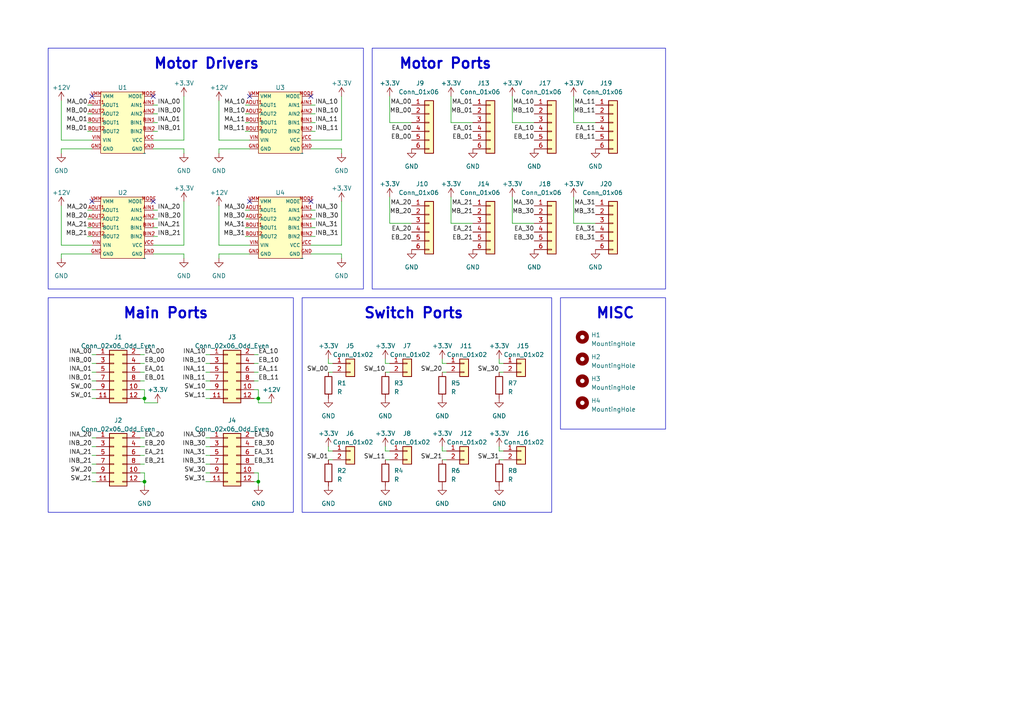
<source format=kicad_sch>
(kicad_sch (version 20230121) (generator eeschema)
  (paper "A4")
  (lib_symbols
    (symbol "Connector_Generic:Conn_01x02" (pin_names (offset 1.016) hide)
      (property "Reference" "J" (at 0 2.54 0))
      (property "Value" "Conn_01x02" (at 0 -5.08 0))
      (symbol "Conn_01x02_1_1"
        (rectangle (start -1.27 -2.413) (end 0 -2.667) (stroke (width 0.1524)))
        (rectangle (start -1.27 0.127) (end 0 -0.127) (stroke (width 0.1524)))
        (rectangle (start -1.27 1.27) (end 1.27 -3.81) (stroke (width 0.254)) (fill (type background)))
        (pin passive line (at -5.08 0 0) (length 3.81) (name "Pin_1") (number "1"))
        (pin passive line (at -5.08 -2.54 0) (length 3.81) (name "Pin_2") (number "2"))
      )
    )
    (symbol "Connector_Generic:Conn_01x06" (pin_names (offset 1.016) hide)
      (property "Reference" "J" (at 0 7.62 0))
      (property "Value" "Conn_01x06" (at 0 -10.16 0))
      (symbol "Conn_01x06_1_1"
        (rectangle (start -1.27 -7.493) (end 0 -7.747) (stroke (width 0.1524)))
        (rectangle (start -1.27 -4.953) (end 0 -5.207) (stroke (width 0.1524)))
        (rectangle (start -1.27 -2.413) (end 0 -2.667) (stroke (width 0.1524)))
        (rectangle (start -1.27 0.127) (end 0 -0.127) (stroke (width 0.1524)))
        (rectangle (start -1.27 2.667) (end 0 2.413) (stroke (width 0.1524)))
        (rectangle (start -1.27 5.207) (end 0 4.953) (stroke (width 0.1524)))
        (rectangle (start -1.27 6.35) (end 1.27 -8.89) (stroke (width 0.254)) (fill (type background)))
        (pin passive line (at -5.08 5.08 0) (length 3.81) (name "Pin_1") (number "1"))
        (pin passive line (at -5.08 2.54 0) (length 3.81) (name "Pin_2") (number "2"))
        (pin passive line (at -5.08 0 0) (length 3.81) (name "Pin_3") (number "3"))
        (pin passive line (at -5.08 -2.54 0) (length 3.81) (name "Pin_4") (number "4"))
        (pin passive line (at -5.08 -5.08 0) (length 3.81) (name "Pin_5") (number "5"))
        (pin passive line (at -5.08 -7.62 0) (length 3.81) (name "Pin_6") (number "6"))
      )
    )
    (symbol "Connector_Generic:Conn_02x06_Odd_Even" (pin_names (offset 1.016) hide)
      (property "Reference" "J" (at 1.27 7.62 0))
      (property "Value" "Conn_02x06_Odd_Even" (at 1.27 -10.16 0))
      (symbol "Conn_02x06_Odd_Even_1_1"
        (rectangle (start -1.27 -7.493) (end 0 -7.747) (stroke (width 0.1524)))
        (rectangle (start -1.27 -4.953) (end 0 -5.207) (stroke (width 0.1524)))
        (rectangle (start -1.27 -2.413) (end 0 -2.667) (stroke (width 0.1524)))
        (rectangle (start -1.27 0.127) (end 0 -0.127) (stroke (width 0.1524)))
        (rectangle (start -1.27 2.667) (end 0 2.413) (stroke (width 0.1524)))
        (rectangle (start -1.27 5.207) (end 0 4.953) (stroke (width 0.1524)))
        (rectangle (start -1.27 6.35) (end 3.81 -8.89) (stroke (width 0.254)) (fill (type background)))
        (rectangle (start 3.81 -7.493) (end 2.54 -7.747) (stroke (width 0.1524)))
        (rectangle (start 3.81 -4.953) (end 2.54 -5.207) (stroke (width 0.1524)))
        (rectangle (start 3.81 -2.413) (end 2.54 -2.667) (stroke (width 0.1524)))
        (rectangle (start 3.81 0.127) (end 2.54 -0.127) (stroke (width 0.1524)))
        (rectangle (start 3.81 2.667) (end 2.54 2.413) (stroke (width 0.1524)))
        (rectangle (start 3.81 5.207) (end 2.54 4.953) (stroke (width 0.1524)))
        (pin passive line (at -5.08 5.08 0) (length 3.81) (name "Pin_1") (number "1"))
        (pin passive line (at 7.62 -5.08 180) (length 3.81) (name "Pin_10") (number "10"))
        (pin passive line (at -5.08 -7.62 0) (length 3.81) (name "Pin_11") (number "11"))
        (pin passive line (at 7.62 -7.62 180) (length 3.81) (name "Pin_12") (number "12"))
        (pin passive line (at 7.62 5.08 180) (length 3.81) (name "Pin_2") (number "2"))
        (pin passive line (at -5.08 2.54 0) (length 3.81) (name "Pin_3") (number "3"))
        (pin passive line (at 7.62 2.54 180) (length 3.81) (name "Pin_4") (number "4"))
        (pin passive line (at -5.08 0 0) (length 3.81) (name "Pin_5") (number "5"))
        (pin passive line (at 7.62 0 180) (length 3.81) (name "Pin_6") (number "6"))
        (pin passive line (at -5.08 -2.54 0) (length 3.81) (name "Pin_7") (number "7"))
        (pin passive line (at 7.62 -2.54 180) (length 3.81) (name "Pin_8") (number "8"))
        (pin passive line (at -5.08 -5.08 0) (length 3.81) (name "Pin_9") (number "9"))
      )
    )
    (symbol "Device:R" (pin_numbers hide) (pin_names (offset 0))
      (property "Reference" "R" (at 2.032 0 90))
      (property "Value" "R" (at 0 0 90))
      (symbol "R_0_1"
        (rectangle (start -1.016 -2.54) (end 1.016 2.54) (stroke (width 0.254)))
      )
      (symbol "R_1_1"
        (pin passive line (at 0 3.81 270) (length 1.27) (name "~") (number "1"))
        (pin passive line (at 0 -3.81 90) (length 1.27) (name "~") (number "2"))
      )
    )
    (symbol "Mechanical:MountingHole" (pin_names (offset 1.016))
      (property "Reference" "H" (at 0 5.08 0))
      (property "Value" "MountingHole" (at 0 3.175 0))
      (symbol "MountingHole_0_1"
        (circle (center 0 0) (radius 1.27) (stroke (width 1.27)))
      )
    )
    (symbol "polulu:DRV8835"
      (property "Reference" "U" (at 0 1.27 0))
      (symbol "DRV8835_0_1"
        (rectangle (start -6.35 0) (end 6.35 -17.78) (fill (type background)))
      )
      (symbol "DRV8835_1_1"
        (pin bidirectional line (at -8.89 -13.97 0) (length 2.54) (name "AIN1") (number "AIN1"))
        (pin bidirectional line (at -8.89 -11.43 0) (length 2.54) (name "AIN2") (number "AIN2"))
        (pin bidirectional line (at 8.89 -13.97 180) (length 2.54) (name "AOUT1") (number "AOUT1"))
        (pin bidirectional line (at 8.89 -11.43 180) (length 2.54) (name "AOUT2") (number "AOUT2"))
        (pin bidirectional line (at -8.89 -8.89 0) (length 2.54) (name "BIN1") (number "BIN1"))
        (pin bidirectional line (at -8.89 -6.35 0) (length 2.54) (name "BIN2") (number "BIN2"))
        (pin bidirectional line (at 8.89 -8.89 180) (length 2.54) (name "BOUT1") (number "BOUT1"))
        (pin bidirectional line (at 8.89 -6.35 180) (length 2.54) (name "BOUT2") (number "BOUT2"))
        (pin bidirectional line (at -8.89 -1.27 0) (length 2.54) (name "GND") (number "GND"))
        (pin bidirectional line (at 8.89 -1.27 180) (length 2.54) (name "GND") (number "GND"))
        (pin bidirectional line (at -8.89 -16.51 0) (length 2.54) (name "MODE") (number "MODE"))
        (pin bidirectional line (at -8.89 -3.81 0) (length 2.54) (name "VCC") (number "VCC"))
        (pin bidirectional line (at 8.89 -3.81 180) (length 2.54) (name "VIN") (number "VIN"))
        (pin bidirectional line (at 8.89 -16.51 180) (length 2.54) (name "VMM") (number "VMM"))
      )
    )
    (symbol "power:+12V" (power) (pin_names (offset 0))
      (property "Value" "+12V" (at 0 3.556 0))
      (symbol "+12V_0_1"
        (polyline (pts (xy -0.762 1.27) (xy 0 2.54)))
        (polyline (pts (xy 0 0) (xy 0 2.54)))
        (polyline (pts (xy 0 2.54) (xy 0.762 1.27)))
      )
      (symbol "+12V_1_1"
        (pin power_in line (at 0 0 90) (length 0) hide (name "+12V") (number "1"))
      )
    )
    (symbol "power:+3.3V" (power) (pin_names (offset 0))
      (property "Value" "+3.3V" (at 0 3.556 0))
      (symbol "+3.3V_0_1"
        (polyline (pts (xy -0.762 1.27) (xy 0 2.54)))
        (polyline (pts (xy 0 0) (xy 0 2.54)))
        (polyline (pts (xy 0 2.54) (xy 0.762 1.27)))
      )
      (symbol "+3.3V_1_1"
        (pin power_in line (at 0 0 90) (length 0) hide (name "+3.3V") (number "1"))
      )
    )
    (symbol "power:GND" (power) (pin_names (offset 0))
      (property "Value" "GND" (at 0 -3.81 0))
      (symbol "GND_0_1"
        (polyline (pts (xy 0 0) (xy 0 -1.27) (xy 1.27 -1.27) (xy 0 -2.54) (xy -1.27 -1.27) (xy 0 -1.27)))
      )
      (symbol "GND_1_1"
        (pin power_in line (at 0 0 270) (length 0) hide (name "GND") (number "1"))
      )
    )
  )
  (junction (at 74.93 115.57))
  (junction (at 74.93 139.7))
  (junction (at 41.91 139.7))
  (junction (at 41.91 115.57))
  (no_connect (at 26.67 58.42))
  (no_connect (at 26.67 27.94))
  (no_connect (at 44.45 27.94))
  (no_connect (at 72.39 27.94))
  (no_connect (at 90.17 58.42))
  (no_connect (at 44.45 58.42))
  (no_connect (at 90.17 27.94))
  (no_connect (at 72.39 58.42))
  (wire (pts (xy 111.76 129.54) (xy 111.76 130.81)))
  (wire (pts (xy 111.76 133.35) (xy 113.03 133.35)))
  (wire (pts (xy 26.67 102.87) (xy 27.94 102.87)))
  (wire (pts (xy 111.76 105.41) (xy 113.03 105.41)))
  (wire (pts (xy 26.67 105.41) (xy 27.94 105.41)))
  (wire (pts (xy 154.94 64.77) (xy 148.59 64.77)))
  (wire (pts (xy 71.12 33.02) (xy 72.39 33.02)))
  (wire (pts (xy 63.5 59.69) (xy 63.5 71.12)))
  (wire (pts (xy 26.67 110.49) (xy 27.94 110.49)))
  (wire (pts (xy 144.78 129.54) (xy 144.78 130.81)))
  (wire (pts (xy 91.44 60.96) (xy 90.17 60.96)))
  (wire (pts (xy 144.78 104.14) (xy 144.78 105.41)))
  (wire (pts (xy 25.4 63.5) (xy 26.67 63.5)))
  (wire (pts (xy 63.5 43.18) (xy 72.39 43.18)))
  (wire (pts (xy 26.67 137.16) (xy 27.94 137.16)))
  (wire (pts (xy 41.91 132.08) (xy 40.64 132.08)))
  (wire (pts (xy 26.67 115.57) (xy 27.94 115.57)))
  (wire (pts (xy 53.34 71.12) (xy 44.45 71.12)))
  (wire (pts (xy 59.69 107.95) (xy 60.96 107.95)))
  (wire (pts (xy 128.27 104.14) (xy 128.27 105.41)))
  (wire (pts (xy 74.93 140.97) (xy 74.93 139.7)))
  (wire (pts (xy 74.93 113.03) (xy 73.66 113.03)))
  (wire (pts (xy 172.72 64.77) (xy 166.37 64.77)))
  (wire (pts (xy 113.03 64.77) (xy 113.03 57.15)))
  (wire (pts (xy 17.78 43.18) (xy 26.67 43.18)))
  (wire (pts (xy 128.27 129.54) (xy 128.27 130.81)))
  (wire (pts (xy 71.12 63.5) (xy 72.39 63.5)))
  (wire (pts (xy 45.72 38.1) (xy 44.45 38.1)))
  (wire (pts (xy 128.27 130.81) (xy 129.54 130.81)))
  (wire (pts (xy 53.34 43.18) (xy 44.45 43.18)))
  (wire (pts (xy 144.78 133.35) (xy 146.05 133.35)))
  (wire (pts (xy 26.67 129.54) (xy 27.94 129.54)))
  (wire (pts (xy 45.72 60.96) (xy 44.45 60.96)))
  (wire (pts (xy 26.67 132.08) (xy 27.94 132.08)))
  (wire (pts (xy 71.12 66.04) (xy 72.39 66.04)))
  (wire (pts (xy 59.69 137.16) (xy 60.96 137.16)))
  (wire (pts (xy 99.06 74.93) (xy 99.06 73.66)))
  (wire (pts (xy 74.93 113.03) (xy 74.93 115.57)))
  (wire (pts (xy 74.93 102.87) (xy 73.66 102.87)))
  (wire (pts (xy 99.06 40.64) (xy 90.17 40.64)))
  (wire (pts (xy 144.78 105.41) (xy 146.05 105.41)))
  (wire (pts (xy 73.66 115.57) (xy 74.93 115.57)))
  (wire (pts (xy 41.91 137.16) (xy 40.64 137.16)))
  (wire (pts (xy 59.69 102.87) (xy 60.96 102.87)))
  (wire (pts (xy 41.91 134.62) (xy 40.64 134.62)))
  (wire (pts (xy 25.4 35.56) (xy 26.67 35.56)))
  (wire (pts (xy 41.91 116.84) (xy 41.91 115.57)))
  (wire (pts (xy 99.06 71.12) (xy 90.17 71.12)))
  (wire (pts (xy 53.34 40.64) (xy 44.45 40.64)))
  (wire (pts (xy 91.44 30.48) (xy 90.17 30.48)))
  (wire (pts (xy 74.93 137.16) (xy 74.93 139.7)))
  (wire (pts (xy 17.78 73.66) (xy 26.67 73.66)))
  (wire (pts (xy 144.78 107.95) (xy 146.05 107.95)))
  (wire (pts (xy 59.69 115.57) (xy 60.96 115.57)))
  (wire (pts (xy 45.72 33.02) (xy 44.45 33.02)))
  (wire (pts (xy 63.5 44.45) (xy 63.5 43.18)))
  (wire (pts (xy 53.34 74.93) (xy 53.34 73.66)))
  (wire (pts (xy 41.91 137.16) (xy 41.91 139.7)))
  (wire (pts (xy 25.4 38.1) (xy 26.67 38.1)))
  (wire (pts (xy 63.5 73.66) (xy 72.39 73.66)))
  (wire (pts (xy 74.93 107.95) (xy 73.66 107.95)))
  (wire (pts (xy 41.91 102.87) (xy 40.64 102.87)))
  (wire (pts (xy 74.93 105.41) (xy 73.66 105.41)))
  (wire (pts (xy 119.38 64.77) (xy 113.03 64.77)))
  (wire (pts (xy 41.91 110.49) (xy 40.64 110.49)))
  (wire (pts (xy 73.66 139.7) (xy 74.93 139.7)))
  (wire (pts (xy 99.06 43.18) (xy 90.17 43.18)))
  (wire (pts (xy 41.91 107.95) (xy 40.64 107.95)))
  (wire (pts (xy 63.5 29.21) (xy 63.5 40.64)))
  (wire (pts (xy 74.93 110.49) (xy 73.66 110.49)))
  (wire (pts (xy 45.72 30.48) (xy 44.45 30.48)))
  (wire (pts (xy 59.69 105.41) (xy 60.96 105.41)))
  (wire (pts (xy 111.76 104.14) (xy 111.76 105.41)))
  (wire (pts (xy 41.91 139.7) (xy 40.64 139.7)))
  (wire (pts (xy 26.67 127) (xy 27.94 127)))
  (wire (pts (xy 91.44 33.02) (xy 90.17 33.02)))
  (wire (pts (xy 91.44 38.1) (xy 90.17 38.1)))
  (wire (pts (xy 59.69 132.08) (xy 60.96 132.08)))
  (wire (pts (xy 45.72 68.58) (xy 44.45 68.58)))
  (wire (pts (xy 144.78 130.81) (xy 146.05 130.81)))
  (wire (pts (xy 26.67 113.03) (xy 27.94 113.03)))
  (wire (pts (xy 119.38 35.56) (xy 113.03 35.56)))
  (wire (pts (xy 59.69 139.7) (xy 60.96 139.7)))
  (wire (pts (xy 53.34 73.66) (xy 44.45 73.66)))
  (wire (pts (xy 95.25 129.54) (xy 95.25 130.81)))
  (wire (pts (xy 74.93 116.84) (xy 74.93 115.57)))
  (wire (pts (xy 17.78 44.45) (xy 17.78 43.18)))
  (wire (pts (xy 111.76 130.81) (xy 113.03 130.81)))
  (wire (pts (xy 25.4 33.02) (xy 26.67 33.02)))
  (wire (pts (xy 148.59 64.77) (xy 148.59 57.15)))
  (wire (pts (xy 63.5 40.64) (xy 72.39 40.64)))
  (wire (pts (xy 99.06 58.42) (xy 99.06 71.12)))
  (wire (pts (xy 166.37 64.77) (xy 166.37 57.15)))
  (wire (pts (xy 53.34 27.94) (xy 53.34 40.64)))
  (wire (pts (xy 95.25 133.35) (xy 96.52 133.35)))
  (wire (pts (xy 95.25 130.81) (xy 96.52 130.81)))
  (wire (pts (xy 59.69 134.62) (xy 60.96 134.62)))
  (wire (pts (xy 113.03 35.56) (xy 113.03 27.94)))
  (wire (pts (xy 41.91 140.97) (xy 41.91 139.7)))
  (wire (pts (xy 59.69 129.54) (xy 60.96 129.54)))
  (wire (pts (xy 154.94 35.56) (xy 148.59 35.56)))
  (wire (pts (xy 91.44 35.56) (xy 90.17 35.56)))
  (wire (pts (xy 17.78 59.69) (xy 17.78 71.12)))
  (wire (pts (xy 41.91 127) (xy 40.64 127)))
  (wire (pts (xy 166.37 35.56) (xy 166.37 27.94)))
  (wire (pts (xy 17.78 71.12) (xy 26.67 71.12)))
  (wire (pts (xy 137.16 35.56) (xy 130.81 35.56)))
  (wire (pts (xy 99.06 44.45) (xy 99.06 43.18)))
  (wire (pts (xy 99.06 27.94) (xy 99.06 40.64)))
  (wire (pts (xy 73.66 137.16) (xy 74.93 137.16)))
  (wire (pts (xy 59.69 127) (xy 60.96 127)))
  (wire (pts (xy 172.72 35.56) (xy 166.37 35.56)))
  (wire (pts (xy 95.25 107.95) (xy 96.52 107.95)))
  (wire (pts (xy 41.91 129.54) (xy 40.64 129.54)))
  (wire (pts (xy 130.81 64.77) (xy 130.81 57.15)))
  (wire (pts (xy 26.67 134.62) (xy 27.94 134.62)))
  (wire (pts (xy 148.59 35.56) (xy 148.59 27.94)))
  (wire (pts (xy 26.67 139.7) (xy 27.94 139.7)))
  (wire (pts (xy 26.67 107.95) (xy 27.94 107.95)))
  (wire (pts (xy 91.44 68.58) (xy 90.17 68.58)))
  (wire (pts (xy 95.25 105.41) (xy 96.52 105.41)))
  (wire (pts (xy 45.72 63.5) (xy 44.45 63.5)))
  (wire (pts (xy 78.74 116.84) (xy 74.93 116.84)))
  (wire (pts (xy 71.12 38.1) (xy 72.39 38.1)))
  (wire (pts (xy 128.27 105.41) (xy 129.54 105.41)))
  (wire (pts (xy 59.69 110.49) (xy 60.96 110.49)))
  (wire (pts (xy 45.72 116.84) (xy 41.91 116.84)))
  (wire (pts (xy 41.91 113.03) (xy 40.64 113.03)))
  (wire (pts (xy 71.12 68.58) (xy 72.39 68.58)))
  (wire (pts (xy 130.81 35.56) (xy 130.81 27.94)))
  (wire (pts (xy 137.16 64.77) (xy 130.81 64.77)))
  (wire (pts (xy 95.25 104.14) (xy 95.25 105.41)))
  (wire (pts (xy 71.12 30.48) (xy 72.39 30.48)))
  (wire (pts (xy 91.44 66.04) (xy 90.17 66.04)))
  (wire (pts (xy 99.06 73.66) (xy 90.17 73.66)))
  (wire (pts (xy 25.4 66.04) (xy 26.67 66.04)))
  (wire (pts (xy 41.91 115.57) (xy 40.64 115.57)))
  (wire (pts (xy 71.12 35.56) (xy 72.39 35.56)))
  (wire (pts (xy 25.4 30.48) (xy 26.67 30.48)))
  (wire (pts (xy 17.78 29.21) (xy 17.78 40.64)))
  (wire (pts (xy 71.12 60.96) (xy 72.39 60.96)))
  (wire (pts (xy 45.72 66.04) (xy 44.45 66.04)))
  (wire (pts (xy 128.27 133.35) (xy 129.54 133.35)))
  (wire (pts (xy 111.76 107.95) (xy 113.03 107.95)))
  (wire (pts (xy 63.5 71.12) (xy 72.39 71.12)))
  (wire (pts (xy 45.72 35.56) (xy 44.45 35.56)))
  (wire (pts (xy 128.27 107.95) (xy 129.54 107.95)))
  (wire (pts (xy 17.78 74.93) (xy 17.78 73.66)))
  (wire (pts (xy 53.34 44.45) (xy 53.34 43.18)))
  (wire (pts (xy 17.78 40.64) (xy 26.67 40.64)))
  (wire (pts (xy 63.5 74.93) (xy 63.5 73.66)))
  (wire (pts (xy 25.4 68.58) (xy 26.67 68.58)))
  (wire (pts (xy 41.91 113.03) (xy 41.91 115.57)))
  (wire (pts (xy 91.44 63.5) (xy 90.17 63.5)))
  (wire (pts (xy 53.34 58.42) (xy 53.34 71.12)))
  (wire (pts (xy 59.69 113.03) (xy 60.96 113.03)))
  (wire (pts (xy 25.4 60.96) (xy 26.67 60.96)))
  (wire (pts (xy 41.91 105.41) (xy 40.64 105.41)))
  (rectangle (start 13.97 86.36) (end 85.09 148.59))
  (rectangle (start 87.63 86.36) (end 160.02 148.59))
  (rectangle (start 162.56 86.36) (end 193.04 124.46))
  (rectangle (start 13.97 13.97) (end 105.41 83.82))
  (rectangle (start 107.95 13.97) (end 193.04 83.82))
  (text "Main Ports\n" (at 35.56 92.71 0) (effects (font (size 3 3) (thickness 0.6) bold) (justify left bottom)))
  (text "Motor Ports" (at 115.57 20.32 0) (effects (font (size 3 3) (thickness 0.6) bold) (justify left bottom)))
  (text "Motor Drivers" (at 44.45 20.32 0) (effects (font (size 3 3) (thickness 0.6) bold) (justify left bottom)))
  (text "Switch Ports" (at 105.41 92.71 0) (effects (font (size 3 3) (thickness 0.6) bold) (justify left bottom)))
  (text "MISC" (at 172.72 92.71 0) (effects (font (size 3 3) (thickness 0.6) bold) (justify left bottom)))
  (label "MB_21" (at 25.4 68.58 180))
  (label "MB_20" (at 119.38 62.23 180))
  (label "MA_10" (at 71.12 30.48 180))
  (label "INA_20" (at 26.67 127 180))
  (label "EB_20" (at 41.91 129.54 0))
  (label "SW_31" (at 59.69 139.7 180))
  (label "INA_30" (at 59.69 127 180))
  (label "SW_20" (at 26.67 137.16 180))
  (label "INB_00" (at 26.67 105.41 180))
  (label "MA_20" (at 25.4 60.96 180))
  (label "MB_01" (at 137.16 33.02 180))
  (label "INA_31" (at 91.44 66.04 0))
  (label "EA_01" (at 137.16 38.1 180))
  (label "INA_00" (at 26.67 102.87 180))
  (label "MA_21" (at 137.16 59.69 180))
  (label "SW_30" (at 59.69 137.16 180))
  (label "MB_30" (at 71.12 63.5 180))
  (label "EB_21" (at 41.91 134.62 0))
  (label "SW_30" (at 144.78 107.95 180))
  (label "SW_11" (at 111.76 133.35 180))
  (label "EB_31" (at 73.66 134.62 0))
  (label "SW_00" (at 95.25 107.95 180))
  (label "MB_10" (at 154.94 33.02 180))
  (label "EB_20" (at 119.38 69.85 180))
  (label "EB_00" (at 41.91 105.41 0))
  (label "EB_31" (at 172.72 69.85 180))
  (label "EA_00" (at 41.91 102.87 0))
  (label "SW_31" (at 144.78 133.35 180))
  (label "MA_31" (at 172.72 59.69 180))
  (label "INA_21" (at 45.72 66.04 0))
  (label "MA_21" (at 25.4 66.04 180))
  (label "MA_01" (at 137.16 30.48 180))
  (label "INB_31" (at 59.69 134.62 180))
  (label "INA_01" (at 26.67 107.95 180))
  (label "EB_01" (at 41.91 110.49 0))
  (label "INB_11" (at 91.44 38.1 0))
  (label "EA_20" (at 41.91 127 0))
  (label "INA_21" (at 26.67 132.08 180))
  (label "INA_10" (at 91.44 30.48 0))
  (label "MB_20" (at 25.4 63.5 180))
  (label "MB_31" (at 172.72 62.23 180))
  (label "MB_10" (at 71.12 33.02 180))
  (label "EB_30" (at 154.94 69.85 180))
  (label "MB_11" (at 71.12 38.1 180))
  (label "INA_10" (at 59.69 102.87 180))
  (label "MB_00" (at 25.4 33.02 180))
  (label "EB_00" (at 119.38 40.64 180))
  (label "SW_21" (at 26.67 139.7 180))
  (label "INA_11" (at 91.44 35.56 0))
  (label "EB_21" (at 137.16 69.85 180))
  (label "SW_10" (at 111.76 107.95 180))
  (label "INB_30" (at 91.44 63.5 0))
  (label "MA_10" (at 154.94 30.48 180))
  (label "EA_20" (at 119.38 67.31 180))
  (label "MB_11" (at 172.72 33.02 180))
  (label "EB_11" (at 172.72 40.64 180))
  (label "EA_10" (at 154.94 38.1 180))
  (label "MB_21" (at 137.16 62.23 180))
  (label "INA_00" (at 45.72 30.48 0))
  (label "INB_00" (at 45.72 33.02 0))
  (label "SW_20" (at 128.27 107.95 180))
  (label "INA_11" (at 59.69 107.95 180))
  (label "EA_21" (at 137.16 67.31 180))
  (label "INB_21" (at 45.72 68.58 0))
  (label "INB_20" (at 45.72 63.5 0))
  (label "SW_11" (at 59.69 115.57 180))
  (label "INB_10" (at 91.44 33.02 0))
  (label "MA_00" (at 25.4 30.48 180))
  (label "INB_01" (at 45.72 38.1 0))
  (label "INB_20" (at 26.67 129.54 180))
  (label "EA_31" (at 73.66 132.08 0))
  (label "SW_21" (at 128.27 133.35 180))
  (label "MB_01" (at 25.4 38.1 180))
  (label "MA_00" (at 119.38 30.48 180))
  (label "MA_30" (at 154.94 59.69 180))
  (label "EA_30" (at 154.94 67.31 180))
  (label "SW_10" (at 59.69 113.03 180))
  (label "INB_11" (at 59.69 110.49 180))
  (label "EA_31" (at 172.72 67.31 180))
  (label "SW_01" (at 95.25 133.35 180))
  (label "SW_01" (at 26.67 115.57 180))
  (label "EB_01" (at 137.16 40.64 180))
  (label "EA_11" (at 172.72 38.1 180))
  (label "MA_20" (at 119.38 59.69 180))
  (label "EA_10" (at 74.93 102.87 0))
  (label "EA_11" (at 74.93 107.95 0))
  (label "EA_30" (at 73.66 127 0))
  (label "MB_00" (at 119.38 33.02 180))
  (label "MA_31" (at 71.12 66.04 180))
  (label "EB_10" (at 74.93 105.41 0))
  (label "INB_10" (at 59.69 105.41 180))
  (label "INB_30" (at 59.69 129.54 180))
  (label "EA_01" (at 41.91 107.95 0))
  (label "INA_30" (at 91.44 60.96 0))
  (label "EB_10" (at 154.94 40.64 180))
  (label "MB_31" (at 71.12 68.58 180))
  (label "EB_11" (at 74.93 110.49 0))
  (label "INB_31" (at 91.44 68.58 0))
  (label "EA_21" (at 41.91 132.08 0))
  (label "INA_31" (at 59.69 132.08 180))
  (label "MA_30" (at 71.12 60.96 180))
  (label "MA_11" (at 71.12 35.56 180))
  (label "EB_30" (at 73.66 129.54 0))
  (label "MB_30" (at 154.94 62.23 180))
  (label "INB_01" (at 26.67 110.49 180))
  (label "MA_11" (at 172.72 30.48 180))
  (label "SW_00" (at 26.67 113.03 180))
  (label "INB_21" (at 26.67 134.62 180))
  (label "EA_00" (at 119.38 38.1 180))
  (label "INA_01" (at 45.72 35.56 0))
  (label "MA_01" (at 25.4 35.56 180))
  (label "INA_20" (at 45.72 60.96 0))
  (symbol (lib_id "power:GND") (at 137.16 72.39 0) (unit 1)
    (property "Reference" "#PWR040" (effects hide))
    (property "Value" "GND" (at 137.16 77.47 0))
  )
  (symbol (lib_id "Mechanical:MountingHole") (at 168.91 110.49 0) (unit 1)
    (property "Reference" "H3" (at 171.45 109.855 0) (effects (justify left)))
    (property "Value" "MountingHole" (at 171.45 112.395 0) (effects (justify left)))
    (property "Footprint" "MountingHole:MountingHole_3.2mm_M3" (effects hide))
  )
  (symbol (lib_id "Connector_Generic:Conn_01x06") (at 124.46 35.56 0) (unit 1)
    (property "Reference" "J9" (at 120.65 24.13 0) (effects (justify left)))
    (property "Value" "Conn_01x06" (at 115.57 26.67 0) (effects (justify left)))
    (property "Footprint" "Connector_JST:JST_SH_BM06B-SRSS-TB_1x06-1MP_P1.00mm_Vertical" (effects hide))
  )
  (symbol (lib_id "Connector_Generic:Conn_01x06") (at 142.24 64.77 0) (unit 1)
    (property "Reference" "J14" (at 138.43 53.34 0) (effects (justify left)))
    (property "Value" "Conn_01x06" (at 133.35 55.88 0) (effects (justify left)))
    (property "Footprint" "Connector_JST:JST_SH_BM06B-SRSS-TB_1x06-1MP_P1.00mm_Vertical" (effects hide))
  )
  (symbol (lib_id "power:+3.3V") (at 130.81 27.94 0) (unit 1)
    (property "Reference" "#PWR037" (effects hide))
    (property "Value" "+3.3V" (at 130.81 24.13 0))
  )
  (symbol (lib_id "Connector_Generic:Conn_01x02") (at 134.62 105.41 0) (unit 1)
    (property "Reference" "J11" (at 133.35 100.33 0) (effects (justify left)))
    (property "Value" "Conn_01x02" (at 129.54 102.87 0) (effects (justify left)))
    (property "Footprint" "Connector_PinHeader_2.54mm:PinHeader_1x02_P2.54mm_Vertical" (effects hide))
  )
  (symbol (lib_id "power:GND") (at 137.16 43.18 0) (unit 1)
    (property "Reference" "#PWR039" (effects hide))
    (property "Value" "GND" (at 137.16 48.26 0))
  )
  (symbol (lib_id "power:+3.3V") (at 113.03 57.15 0) (unit 1)
    (property "Reference" "#PWR030" (effects hide))
    (property "Value" "+3.3V" (at 113.03 53.34 0))
  )
  (symbol (lib_id "Device:R") (at 111.76 137.16 0) (unit 1)
    (property "Reference" "R4" (at 114.3 136.525 0) (effects (justify left)))
    (property "Value" "R" (at 114.3 139.065 0) (effects (justify left)))
    (property "Footprint" "Resistor_SMD:R_0805_2012Metric" (effects hide))
  )
  (symbol (lib_id "power:GND") (at 63.5 74.93 0) (unit 1)
    (property "Reference" "#PWR014" (effects hide))
    (property "Value" "GND" (at 63.5 80.01 0))
  )
  (symbol (lib_id "power:+3.3V") (at 95.25 104.14 0) (unit 1)
    (property "Reference" "#PWR017" (effects hide))
    (property "Value" "+3.3V" (at 95.25 100.33 0))
  )
  (symbol (lib_id "Connector_Generic:Conn_01x02") (at 118.11 130.81 0) (unit 1)
    (property "Reference" "J8" (at 116.84 125.73 0) (effects (justify left)))
    (property "Value" "Conn_01x02" (at 113.03 128.27 0) (effects (justify left)))
    (property "Footprint" "Connector_PinHeader_2.54mm:PinHeader_1x02_P2.54mm_Vertical" (effects hide))
  )
  (symbol (lib_id "power:GND") (at 63.5 44.45 0) (unit 1)
    (property "Reference" "#PWR012" (effects hide))
    (property "Value" "GND" (at 63.5 49.53 0))
  )
  (symbol (lib_id "power:GND") (at 99.06 44.45 0) (unit 1)
    (property "Reference" "#PWR022" (effects hide))
    (property "Value" "GND" (at 99.06 49.53 0))
  )
  (symbol (lib_id "power:+12V") (at 17.78 29.21 0) (unit 1)
    (property "Reference" "#PWR01" (effects hide))
    (property "Value" "+12V" (at 17.78 25.4 0))
  )
  (symbol (lib_id "Connector_Generic:Conn_01x02") (at 101.6 130.81 0) (unit 1)
    (property "Reference" "J6" (at 100.33 125.73 0) (effects (justify left)))
    (property "Value" "Conn_01x02" (at 96.52 128.27 0) (effects (justify left)))
    (property "Footprint" "Connector_PinHeader_2.54mm:PinHeader_1x02_P2.54mm_Vertical" (effects hide))
  )
  (symbol (lib_id "power:+3.3V") (at 53.34 58.42 0) (unit 1)
    (property "Reference" "#PWR09" (effects hide))
    (property "Value" "+3.3V" (at 53.34 54.61 0))
  )
  (symbol (lib_id "power:+3.3V") (at 148.59 57.15 0) (unit 1)
    (property "Reference" "#PWR046" (effects hide))
    (property "Value" "+3.3V" (at 148.59 53.34 0))
  )
  (symbol (lib_id "power:GND") (at 154.94 43.18 0) (unit 1)
    (property "Reference" "#PWR047" (effects hide))
    (property "Value" "GND" (at 154.94 48.26 0))
  )
  (symbol (lib_id "power:GND") (at 53.34 44.45 0) (unit 1)
    (property "Reference" "#PWR08" (effects hide))
    (property "Value" "GND" (at 53.34 49.53 0))
  )
  (symbol (lib_id "Device:R") (at 95.25 111.76 0) (unit 1)
    (property "Reference" "R1" (at 97.79 111.125 0) (effects (justify left)))
    (property "Value" "R" (at 97.79 113.665 0) (effects (justify left)))
    (property "Footprint" "Resistor_SMD:R_0805_2012Metric" (effects hide))
  )
  (symbol (lib_id "power:GND") (at 95.25 140.97 0) (unit 1)
    (property "Reference" "#PWR020" (effects hide))
    (property "Value" "GND" (at 95.25 146.05 0))
  )
  (symbol (lib_id "power:+12V") (at 17.78 59.69 0) (unit 1)
    (property "Reference" "#PWR03" (effects hide))
    (property "Value" "+12V" (at 17.78 55.88 0))
  )
  (symbol (lib_id "power:+3.3V") (at 113.03 27.94 0) (unit 1)
    (property "Reference" "#PWR029" (effects hide))
    (property "Value" "+3.3V" (at 113.03 24.13 0))
  )
  (symbol (lib_id "power:GND") (at 17.78 44.45 0) (unit 1)
    (property "Reference" "#PWR02" (effects hide))
    (property "Value" "GND" (at 17.78 49.53 0))
  )
  (symbol (lib_id "Device:R") (at 128.27 137.16 0) (unit 1)
    (property "Reference" "R6" (at 130.81 136.525 0) (effects (justify left)))
    (property "Value" "R" (at 130.81 139.065 0) (effects (justify left)))
    (property "Footprint" "Resistor_SMD:R_0805_2012Metric" (effects hide))
  )
  (symbol (lib_id "power:GND") (at 144.78 115.57 0) (unit 1)
    (property "Reference" "#PWR042" (effects hide))
    (property "Value" "GND" (at 144.78 120.65 0))
  )
  (symbol (lib_id "power:+3.3V") (at 128.27 129.54 0) (unit 1)
    (property "Reference" "#PWR035" (effects hide))
    (property "Value" "+3.3V" (at 128.27 125.73 0))
  )
  (symbol (lib_id "Connector_Generic:Conn_01x02") (at 101.6 105.41 0) (unit 1)
    (property "Reference" "J5" (at 100.33 100.33 0) (effects (justify left)))
    (property "Value" "Conn_01x02" (at 96.52 102.87 0) (effects (justify left)))
    (property "Footprint" "Connector_PinHeader_2.54mm:PinHeader_1x02_P2.54mm_Vertical" (effects hide))
  )
  (symbol (lib_id "Connector_Generic:Conn_01x06") (at 142.24 35.56 0) (unit 1)
    (property "Reference" "J13" (at 138.43 24.13 0) (effects (justify left)))
    (property "Value" "Conn_01x06" (at 133.35 26.67 0) (effects (justify left)))
    (property "Footprint" "Connector_JST:JST_SH_BM06B-SRSS-TB_1x06-1MP_P1.00mm_Vertical" (effects hide))
  )
  (symbol (lib_id "power:GND") (at 172.72 43.18 0) (unit 1)
    (property "Reference" "#PWR051" (effects hide))
    (property "Value" "GND" (at 172.72 48.26 0))
  )
  (symbol (lib_id "Connector_Generic:Conn_01x06") (at 177.8 64.77 0) (unit 1)
    (property "Reference" "J20" (at 173.99 53.34 0) (effects (justify left)))
    (property "Value" "Conn_01x06" (at 168.91 55.88 0) (effects (justify left)))
    (property "Footprint" "Connector_JST:JST_SH_BM06B-SRSS-TB_1x06-1MP_P1.00mm_Vertical" (effects hide))
  )
  (symbol (lib_id "Device:R") (at 144.78 111.76 0) (unit 1)
    (property "Reference" "R7" (at 147.32 111.125 0) (effects (justify left)))
    (property "Value" "R" (at 147.32 113.665 0) (effects (justify left)))
    (property "Footprint" "Resistor_SMD:R_0805_2012Metric" (effects hide))
  )
  (symbol (lib_id "power:GND") (at 119.38 72.39 0) (unit 1)
    (property "Reference" "#PWR032" (effects hide))
    (property "Value" "GND" (at 119.38 77.47 0))
  )
  (symbol (lib_id "power:GND") (at 119.38 43.18 0) (unit 1)
    (property "Reference" "#PWR031" (effects hide))
    (property "Value" "GND" (at 119.38 48.26 0))
  )
  (symbol (lib_id "power:+3.3V") (at 144.78 129.54 0) (unit 1)
    (property "Reference" "#PWR043" (effects hide))
    (property "Value" "+3.3V" (at 144.78 125.73 0))
  )
  (symbol (lib_id "power:GND") (at 74.93 140.97 0) (unit 1)
    (property "Reference" "#PWR015" (effects hide))
    (property "Value" "GND" (at 74.93 146.05 0))
  )
  (symbol (lib_id "Device:R") (at 128.27 111.76 0) (unit 1)
    (property "Reference" "R5" (at 130.81 111.125 0) (effects (justify left)))
    (property "Value" "R" (at 130.81 113.665 0) (effects (justify left)))
    (property "Footprint" "Resistor_SMD:R_0805_2012Metric" (effects hide))
  )
  (symbol (lib_id "Connector_Generic:Conn_01x02") (at 151.13 105.41 0) (unit 1)
    (property "Reference" "J15" (at 149.86 100.33 0) (effects (justify left)))
    (property "Value" "Conn_01x02" (at 146.05 102.87 0) (effects (justify left)))
    (property "Footprint" "Connector_PinHeader_2.54mm:PinHeader_1x02_P2.54mm_Vertical" (effects hide))
  )
  (symbol (lib_id "Connector_Generic:Conn_01x06") (at 160.02 35.56 0) (unit 1)
    (property "Reference" "J17" (at 156.21 24.13 0) (effects (justify left)))
    (property "Value" "Conn_01x06" (at 151.13 26.67 0) (effects (justify left)))
    (property "Footprint" "Connector_JST:JST_SH_BM06B-SRSS-TB_1x06-1MP_P1.00mm_Vertical" (effects hide))
  )
  (symbol (lib_id "power:+3.3V") (at 99.06 58.42 0) (unit 1)
    (property "Reference" "#PWR023" (effects hide))
    (property "Value" "+3.3V" (at 99.06 54.61 0))
  )
  (symbol (lib_id "power:GND") (at 172.72 72.39 0) (unit 1)
    (property "Reference" "#PWR052" (effects hide))
    (property "Value" "GND" (at 172.72 77.47 0))
  )
  (symbol (lib_id "power:+12V") (at 78.74 116.84 0) (unit 1)
    (property "Reference" "#PWR016" (effects hide))
    (property "Value" "+12V" (at 78.74 113.03 0))
  )
  (symbol (lib_id "polulu:DRV8835") (at 81.28 74.93 180) (unit 1)
    (property "Reference" "U4" (at 81.28 55.88 0))
    (property "Value" "~" (at 87.63 74.93 0))
    (property "Footprint" "Polulu:DRV8835" (effects hide))
  )
  (symbol (lib_id "Connector_Generic:Conn_02x06_Odd_Even") (at 66.04 107.95 0) (unit 1)
    (property "Reference" "J3" (at 67.31 97.79 0))
    (property "Value" "Conn_02x06_Odd_Even" (at 67.31 100.33 0))
    (property "Footprint" "Connector_PinHeader_2.54mm:PinHeader_2x06_P2.54mm_Vertical" (effects hide))
  )
  (symbol (lib_id "Device:R") (at 144.78 137.16 0) (unit 1)
    (property "Reference" "R8" (at 147.32 136.525 0) (effects (justify left)))
    (property "Value" "R" (at 147.32 139.065 0) (effects (justify left)))
    (property "Footprint" "Resistor_SMD:R_0805_2012Metric" (effects hide))
  )
  (symbol (lib_id "power:+3.3V") (at 111.76 104.14 0) (unit 1)
    (property "Reference" "#PWR025" (effects hide))
    (property "Value" "+3.3V" (at 111.76 100.33 0))
  )
  (symbol (lib_id "power:GND") (at 128.27 115.57 0) (unit 1)
    (property "Reference" "#PWR034" (effects hide))
    (property "Value" "GND" (at 128.27 120.65 0))
  )
  (symbol (lib_id "Connector_Generic:Conn_01x06") (at 124.46 64.77 0) (unit 1)
    (property "Reference" "J10" (at 120.65 53.34 0) (effects (justify left)))
    (property "Value" "Conn_01x06" (at 115.57 55.88 0) (effects (justify left)))
    (property "Footprint" "Connector_JST:JST_SH_BM06B-SRSS-TB_1x06-1MP_P1.00mm_Vertical" (effects hide))
  )
  (symbol (lib_id "Connector_Generic:Conn_02x06_Odd_Even") (at 33.02 132.08 0) (unit 1)
    (property "Reference" "J2" (at 34.29 121.92 0))
    (property "Value" "Conn_02x06_Odd_Even" (at 34.29 124.46 0))
    (property "Footprint" "Connector_PinHeader_2.54mm:PinHeader_2x06_P2.54mm_Vertical" (effects hide))
  )
  (symbol (lib_id "Device:R") (at 111.76 111.76 0) (unit 1)
    (property "Reference" "R3" (at 114.3 111.125 0) (effects (justify left)))
    (property "Value" "R" (at 114.3 113.665 0) (effects (justify left)))
    (property "Footprint" "Capacitor_SMD:C_0805_2012Metric" (effects hide))
  )
  (symbol (lib_id "Connector_Generic:Conn_01x06") (at 160.02 64.77 0) (unit 1)
    (property "Reference" "J18" (at 156.21 53.34 0) (effects (justify left)))
    (property "Value" "Conn_01x06" (at 151.13 55.88 0) (effects (justify left)))
    (property "Footprint" "Connector_JST:JST_SH_BM06B-SRSS-TB_1x06-1MP_P1.00mm_Vertical" (effects hide))
  )
  (symbol (lib_id "power:+12V") (at 63.5 59.69 0) (unit 1)
    (property "Reference" "#PWR013" (effects hide))
    (property "Value" "+12V" (at 63.5 55.88 0))
  )
  (symbol (lib_id "power:+3.3V") (at 144.78 104.14 0) (unit 1)
    (property "Reference" "#PWR041" (effects hide))
    (property "Value" "+3.3V" (at 144.78 100.33 0))
  )
  (symbol (lib_id "power:+3.3V") (at 130.81 57.15 0) (unit 1)
    (property "Reference" "#PWR038" (effects hide))
    (property "Value" "+3.3V" (at 130.81 53.34 0))
  )
  (symbol (lib_id "Connector_Generic:Conn_01x06") (at 177.8 35.56 0) (unit 1)
    (property "Reference" "J19" (at 173.99 24.13 0) (effects (justify left)))
    (property "Value" "Conn_01x06" (at 168.91 26.67 0) (effects (justify left)))
    (property "Footprint" "Connector_JST:JST_SH_BM06B-SRSS-TB_1x06-1MP_P1.00mm_Vertical" (effects hide))
  )
  (symbol (lib_id "power:GND") (at 95.25 115.57 0) (unit 1)
    (property "Reference" "#PWR018" (effects hide))
    (property "Value" "GND" (at 95.25 120.65 0))
  )
  (symbol (lib_id "power:GND") (at 41.91 140.97 0) (unit 1)
    (property "Reference" "#PWR05" (effects hide))
    (property "Value" "GND" (at 41.91 146.05 0))
  )
  (symbol (lib_id "Connector_Generic:Conn_01x02") (at 151.13 130.81 0) (unit 1)
    (property "Reference" "J16" (at 149.86 125.73 0) (effects (justify left)))
    (property "Value" "Conn_01x02" (at 146.05 128.27 0) (effects (justify left)))
    (property "Footprint" "Connector_PinHeader_2.54mm:PinHeader_1x02_P2.54mm_Vertical" (effects hide))
  )
  (symbol (lib_id "power:+3.3V") (at 95.25 129.54 0) (unit 1)
    (property "Reference" "#PWR019" (effects hide))
    (property "Value" "+3.3V" (at 95.25 125.73 0))
  )
  (symbol (lib_id "Mechanical:MountingHole") (at 168.91 97.79 0) (unit 1)
    (property "Reference" "H1" (at 171.45 97.155 0) (effects (justify left)))
    (property "Value" "MountingHole" (at 171.45 99.695 0) (effects (justify left)))
    (property "Footprint" "MountingHole:MountingHole_3.2mm_M3" (effects hide))
  )
  (symbol (lib_id "Mechanical:MountingHole") (at 168.91 104.14 0) (unit 1)
    (property "Reference" "H2" (at 171.45 103.505 0) (effects (justify left)))
    (property "Value" "MountingHole" (at 171.45 106.045 0) (effects (justify left)))
    (property "Footprint" "MountingHole:MountingHole_3.2mm_M3" (effects hide))
  )
  (symbol (lib_id "power:GND") (at 99.06 74.93 0) (unit 1)
    (property "Reference" "#PWR024" (effects hide))
    (property "Value" "GND" (at 99.06 80.01 0))
  )
  (symbol (lib_id "Mechanical:MountingHole") (at 168.91 116.84 0) (unit 1)
    (property "Reference" "H4" (at 171.45 116.205 0) (effects (justify left)))
    (property "Value" "MountingHole" (at 171.45 118.745 0) (effects (justify left)))
    (property "Footprint" "MountingHole:MountingHole_3.2mm_M3" (effects hide))
  )
  (symbol (lib_id "power:+3.3V") (at 128.27 104.14 0) (unit 1)
    (property "Reference" "#PWR033" (effects hide))
    (property "Value" "+3.3V" (at 128.27 100.33 0))
  )
  (symbol (lib_id "polulu:DRV8835") (at 81.28 44.45 180) (unit 1)
    (property "Reference" "U3" (at 81.28 25.4 0))
    (property "Value" "~" (at 87.63 44.45 0))
    (property "Footprint" "Polulu:DRV8835" (effects hide))
  )
  (symbol (lib_id "power:+3.3V") (at 166.37 27.94 0) (unit 1)
    (property "Reference" "#PWR049" (effects hide))
    (property "Value" "+3.3V" (at 166.37 24.13 0))
  )
  (symbol (lib_id "polulu:DRV8835") (at 35.56 44.45 180) (unit 1)
    (property "Reference" "U1" (at 35.56 25.4 0))
    (property "Value" "~" (at 41.91 44.45 0))
    (property "Footprint" "Polulu:DRV8835" (effects hide))
  )
  (symbol (lib_id "power:+3.3V") (at 166.37 57.15 0) (unit 1)
    (property "Reference" "#PWR050" (effects hide))
    (property "Value" "+3.3V" (at 166.37 53.34 0))
  )
  (symbol (lib_id "power:+3.3V") (at 53.34 27.94 0) (unit 1)
    (property "Reference" "#PWR07" (effects hide))
    (property "Value" "+3.3V" (at 53.34 24.13 0))
  )
  (symbol (lib_id "power:GND") (at 154.94 72.39 0) (unit 1)
    (property "Reference" "#PWR048" (effects hide))
    (property "Value" "GND" (at 154.94 77.47 0))
  )
  (symbol (lib_id "power:GND") (at 17.78 74.93 0) (unit 1)
    (property "Reference" "#PWR04" (effects hide))
    (property "Value" "GND" (at 17.78 80.01 0))
  )
  (symbol (lib_id "power:GND") (at 53.34 74.93 0) (unit 1)
    (property "Reference" "#PWR010" (effects hide))
    (property "Value" "GND" (at 53.34 80.01 0))
  )
  (symbol (lib_id "power:GND") (at 111.76 115.57 0) (unit 1)
    (property "Reference" "#PWR026" (effects hide))
    (property "Value" "GND" (at 111.76 120.65 0))
  )
  (symbol (lib_id "Device:R") (at 95.25 137.16 0) (unit 1)
    (property "Reference" "R2" (at 97.79 136.525 0) (effects (justify left)))
    (property "Value" "R" (at 97.79 139.065 0) (effects (justify left)))
    (property "Footprint" "Resistor_SMD:R_0805_2012Metric" (effects hide))
  )
  (symbol (lib_id "Connector_Generic:Conn_01x02") (at 134.62 130.81 0) (unit 1)
    (property "Reference" "J12" (at 133.35 125.73 0) (effects (justify left)))
    (property "Value" "Conn_01x02" (at 129.54 128.27 0) (effects (justify left)))
    (property "Footprint" "Connector_PinHeader_2.54mm:PinHeader_1x02_P2.54mm_Vertical" (effects hide))
  )
  (symbol (lib_id "power:+3.3V") (at 111.76 129.54 0) (unit 1)
    (property "Reference" "#PWR027" (effects hide))
    (property "Value" "+3.3V" (at 111.76 125.73 0))
  )
  (symbol (lib_id "Connector_Generic:Conn_01x02") (at 118.11 105.41 0) (unit 1)
    (property "Reference" "J7" (at 116.84 100.33 0) (effects (justify left)))
    (property "Value" "Conn_01x02" (at 113.03 102.87 0) (effects (justify left)))
    (property "Footprint" "Connector_PinHeader_2.54mm:PinHeader_1x02_P2.54mm_Vertical" (effects hide))
  )
  (symbol (lib_id "Connector_Generic:Conn_02x06_Odd_Even") (at 66.04 132.08 0) (unit 1)
    (property "Reference" "J4" (at 67.31 121.92 0))
    (property "Value" "Conn_02x06_Odd_Even" (at 67.31 124.46 0))
    (property "Footprint" "Connector_PinHeader_2.54mm:PinHeader_2x06_P2.54mm_Vertical" (effects hide))
  )
  (symbol (lib_id "power:+3.3V") (at 45.72 116.84 0) (unit 1)
    (property "Reference" "#PWR06" (effects hide))
    (property "Value" "+3.3V" (at 45.72 113.03 0))
  )
  (symbol (lib_id "power:+12V") (at 63.5 29.21 0) (unit 1)
    (property "Reference" "#PWR011" (effects hide))
    (property "Value" "+12V" (at 63.5 25.4 0))
  )
  (symbol (lib_id "power:GND") (at 128.27 140.97 0) (unit 1)
    (property "Reference" "#PWR036" (effects hide))
    (property "Value" "GND" (at 128.27 146.05 0))
  )
  (symbol (lib_id "power:GND") (at 144.78 140.97 0) (unit 1)
    (property "Reference" "#PWR044" (effects hide))
    (property "Value" "GND" (at 144.78 146.05 0))
  )
  (symbol (lib_id "Connector_Generic:Conn_02x06_Odd_Even") (at 33.02 107.95 0) (unit 1)
    (property "Reference" "J1" (at 34.29 97.79 0))
    (property "Value" "Conn_02x06_Odd_Even" (at 34.29 100.33 0))
    (property "Footprint" "Connector_PinHeader_2.54mm:PinHeader_2x06_P2.54mm_Vertical" (effects hide))
  )
  (symbol (lib_id "polulu:DRV8835") (at 35.56 74.93 180) (unit 1)
    (property "Reference" "U2" (at 35.56 55.88 0))
    (property "Value" "~" (at 41.91 74.93 0))
    (property "Footprint" "Polulu:DRV8835" (effects hide))
  )
  (symbol (lib_id "power:GND") (at 111.76 140.97 0) (unit 1)
    (property "Reference" "#PWR028" (effects hide))
    (property "Value" "GND" (at 111.76 146.05 0))
  )
  (symbol (lib_id "power:+3.3V") (at 99.06 27.94 0) (unit 1)
    (property "Reference" "#PWR021" (effects hide))
    (property "Value" "+3.3V" (at 99.06 24.13 0))
  )
  (symbol (lib_id "power:+3.3V") (at 148.59 27.94 0) (unit 1)
    (property "Reference" "#PWR045" (effects hide))
    (property "Value" "+3.3V" (at 148.59 24.13 0))
  )
)
</source>
